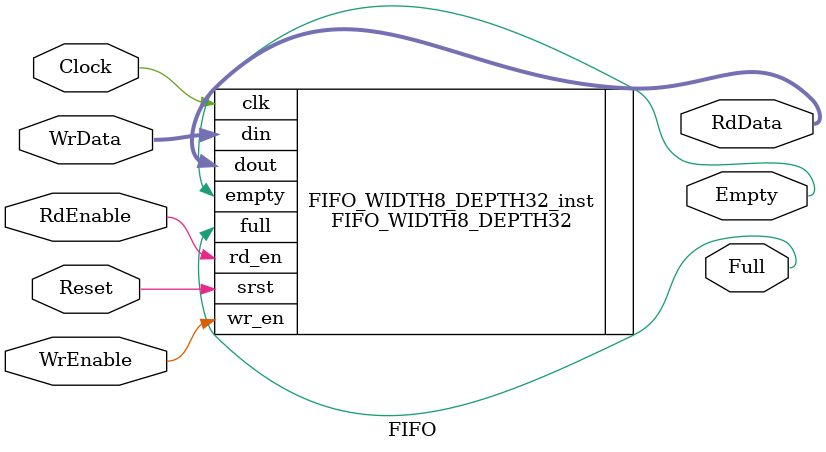
<source format=v>


`timescale 1ns / 100ps

module FIFO (

   // clock and reset
   input  wire Clock,              // assume on-board 100 MHz clock
   input  wire Reset,              // synchronous reset, active-high

   // write section
   input  wire WrEnable,           // write-enable
   input  wire [7:0] WrData,       // input data

   // read section
   input  wire RdEnable,           // read-enable
   output wire [7:0] RdData,       // output data

   // diagnostics
   output wire Full, Empty         // status flags

   ) ;


   // the actual FIFO implementation is placed in ../cores/FIFO_WIDTH8_DEPTH32/

   FIFO_WIDTH8_DEPTH32   FIFO_WIDTH8_DEPTH32_inst (

      .clk    (        Clock ),
      .srst   (        Reset ),
      .din    (  WrData[7:0] ),
      .wr_en  (     WrEnable ),
      .rd_en  (     RdEnable ),
      .dout   (  RdData[7:0] ),
      .full   (         Full ),
      .empty  (        Empty )

      ) ;

endmodule

</source>
